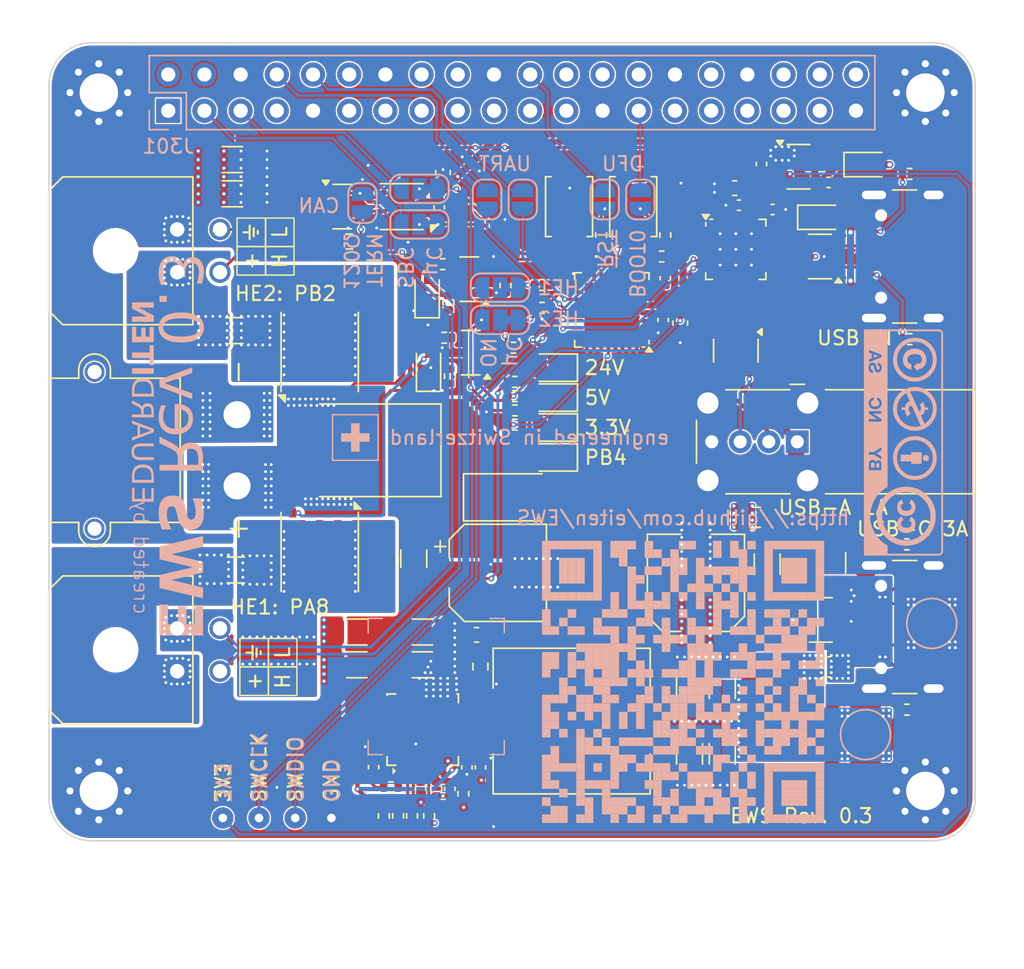
<source format=kicad_pcb>
(kicad_pcb
	(version 20241229)
	(generator "pcbnew")
	(generator_version "9.0")
	(general
		(thickness 1.6)
		(legacy_teardrops no)
	)
	(paper "A4")
	(title_block
		(title "EWS - Power, CANbus and USB HAT for 3D Printers")
		(date "2025-12-04")
		(rev "0.1")
		(company "Eduard Iten")
		(comment 1 "CC BY-NC-SA 4.0")
	)
	(layers
		(0 "F.Cu" signal)
		(4 "In1.Cu" signal)
		(6 "In2.Cu" signal)
		(2 "B.Cu" signal)
		(9 "F.Adhes" user "F.Adhesive")
		(11 "B.Adhes" user "B.Adhesive")
		(13 "F.Paste" user)
		(15 "B.Paste" user)
		(5 "F.SilkS" user "F.Silkscreen")
		(7 "B.SilkS" user "B.Silkscreen")
		(1 "F.Mask" user)
		(3 "B.Mask" user)
		(17 "Dwgs.User" user "User.Drawings")
		(19 "Cmts.User" user "User.Comments")
		(21 "Eco1.User" user "User.Eco1")
		(23 "Eco2.User" user "User.Eco2")
		(25 "Edge.Cuts" user)
		(27 "Margin" user)
		(31 "F.CrtYd" user "F.Courtyard")
		(29 "B.CrtYd" user "B.Courtyard")
		(35 "F.Fab" user)
		(33 "B.Fab" user)
		(39 "User.1" user)
		(41 "User.2" user)
		(43 "User.3" user)
		(45 "User.4" user)
	)
	(setup
		(stackup
			(layer "F.SilkS"
				(type "Top Silk Screen")
				(color "White")
			)
			(layer "F.Paste"
				(type "Top Solder Paste")
			)
			(layer "F.Mask"
				(type "Top Solder Mask")
				(color "Black")
				(thickness 0.01)
			)
			(layer "F.Cu"
				(type "copper")
				(thickness 0.035)
			)
			(layer "dielectric 1"
				(type "prepreg")
				(thickness 0.1)
				(material "FR4")
				(epsilon_r 4.5)
				(loss_tangent 0.02)
			)
			(layer "In1.Cu"
				(type "copper")
				(thickness 0.035)
			)
			(layer "dielectric 2"
				(type "core")
				(thickness 1.24)
				(material "FR4")
				(epsilon_r 4.5)
				(loss_tangent 0.02)
			)
			(layer "In2.Cu"
				(type "copper")
				(thickness 0.035)
			)
			(layer "dielectric 3"
				(type "prepreg")
				(thickness 0.1)
				(material "FR4")
				(epsilon_r 4.5)
				(loss_tangent 0.02)
			)
			(layer "B.Cu"
				(type "copper")
				(thickness 0.035)
			)
			(layer "B.Mask"
				(type "Bottom Solder Mask")
				(color "Black")
				(thickness 0.01)
			)
			(layer "B.Paste"
				(type "Bottom Solder Paste")
			)
			(layer "B.SilkS"
				(type "Bottom Silk Screen")
				(color "White")
			)
			(copper_finish "None")
			(dielectric_constraints no)
		)
		(pad_to_mask_clearance 0)
		(allow_soldermask_bridges_in_footprints no)
		(tenting front back)
		(pcbplotparams
			(layerselection 0x00000000_00000000_55555555_57555505)
			(plot_on_all_layers_selection 0x00000000_00000000_00000000_00000000)
			(disableapertmacros no)
			(usegerberextensions no)
			(usegerberattributes yes)
			(usegerberadvancedattributes yes)
			(creategerberjobfile yes)
			(dashed_line_dash_ratio 12.000000)
			(dashed_line_gap_ratio 3.000000)
			(svgprecision 4)
			(plotframeref no)
			(mode 1)
			(useauxorigin no)
			(hpglpennumber 1)
			(hpglpenspeed 20)
			(hpglpendiameter 15.000000)
			(pdf_front_fp_property_popups yes)
			(pdf_back_fp_property_popups yes)
			(pdf_metadata yes)
			(pdf_single_document no)
			(dxfpolygonmode yes)
			(dxfimperialunits yes)
			(dxfusepcbnewfont yes)
			(psnegative no)
			(psa4output no)
			(plot_black_and_white yes)
			(sketchpadsonfab no)
			(plotpadnumbers no)
			(hidednponfab no)
			(sketchdnponfab yes)
			(crossoutdnponfab yes)
			(subtractmaskfromsilk no)
			(outputformat 5)
			(mirror no)
			(drillshape 0)
			(scaleselection 1)
			(outputdirectory "")
		)
	)
	(property "PROJEKT_REV" "0.3")
	(net 0 "")
	(net 1 "GND")
	(net 2 "/Power/VCC")
	(net 3 "/Power/SS")
	(net 4 "/Power/EN")
	(net 5 "/Power/~{PGOOD}")
	(net 6 "/Power/T_{ON}")
	(net 7 "/Power/VIN")
	(net 8 "5V")
	(net 9 "/Power/FB")
	(net 10 "/Power/SW")
	(net 11 "/Power/SNB")
	(net 12 "unconnected-(J301-Pin_7-Pad7)")
	(net 13 "unconnected-(J301-Pin_12-Pad12)")
	(net 14 "unconnected-(J301-Pin_18-Pad18)")
	(net 15 "unconnected-(J301-Pin_19-Pad19)")
	(net 16 "unconnected-(J301-Pin_1-Pad1)")
	(net 17 "unconnected-(J301-Pin_13-Pad13)")
	(net 18 "unconnected-(J301-Pin_21-Pad21)")
	(net 19 "unconnected-(J301-Pin_31-Pad31)")
	(net 20 "unconnected-(J301-Pin_11-Pad11)")
	(net 21 "unconnected-(J301-Pin_40-Pad40)")
	(net 22 "unconnected-(J301-Pin_35-Pad35)")
	(net 23 "unconnected-(J301-Pin_36-Pad36)")
	(net 24 "unconnected-(J301-Pin_15-Pad15)")
	(net 25 "unconnected-(J301-Pin_16-Pad16)")
	(net 26 "unconnected-(J301-Pin_28-Pad28)")
	(net 27 "unconnected-(J301-Pin_38-Pad38)")
	(net 28 "unconnected-(J301-Pin_37-Pad37)")
	(net 29 "unconnected-(J301-Pin_29-Pad29)")
	(net 30 "unconnected-(J301-Pin_23-Pad23)")
	(net 31 "unconnected-(J301-Pin_24-Pad24)")
	(net 32 "unconnected-(J301-Pin_33-Pad33)")
	(net 33 "unconnected-(J301-Pin_26-Pad26)")
	(net 34 "unconnected-(J301-Pin_32-Pad32)")
	(net 35 "unconnected-(J301-Pin_17-Pad17)")
	(net 36 "3V3")
	(net 37 "Net-(U302-PF2)")
	(net 38 "Net-(U403-VBUS)")
	(net 39 "Net-(J406-VBUS)")
	(net 40 "unconnected-(J404-SBU2-PadB8)")
	(net 41 "Net-(J404-CC1)")
	(net 42 "Net-(J404-CC2)")
	(net 43 "unconnected-(J404-SBU1-PadA8)")
	(net 44 "Net-(J405-D--PadA7)")
	(net 45 "Net-(J405-D+-PadA6)")
	(net 46 "Net-(J406-D+)")
	(net 47 "Net-(J406-D-)")
	(net 48 "Net-(JP302-C)")
	(net 49 "Net-(JP303-B)")
	(net 50 "Net-(JP304-A)")
	(net 51 "Net-(JP307-A)")
	(net 52 "Net-(JP401-C)")
	(net 53 "Net-(J301-Pin_27)")
	(net 54 "Net-(J301-Pin_22)")
	(net 55 "/MCU/SWDIO")
	(net 56 "/MCU/SWCLK")
	(net 57 "Net-(J301-Pin_8)")
	(net 58 "Net-(J301-Pin_10)")
	(net 59 "/MCU/uC USART RX")
	(net 60 "/MCU/uC USART TX")
	(net 61 "/MCU/uC FDCAN1 TX")
	(net 62 "/MCU/uC FDCAN1 RX")
	(net 63 "5V_{SYS}")
	(net 64 "Net-(JP401-A)")
	(net 65 "/Connectivity/HE2 GATE")
	(net 66 "V_{EXT}")
	(net 67 "uC USB DP")
	(net 68 "uC USB DN")
	(net 69 "/Connectivity/USB C DP")
	(net 70 "/Connectivity/USB C DN")
	(net 71 "/Connectivity/USB IN DP")
	(net 72 "/Connectivity/USB IN DN")
	(net 73 "/Connectivity/USB A DP")
	(net 74 "/Connectivity/USB A DN")
	(net 75 "CAN L")
	(net 76 "CAN H")
	(net 77 "/Connectivity/1DP")
	(net 78 "/Connectivity/1DN")
	(net 79 "/Connectivity/HE1 GATE")
	(net 80 "24V")
	(net 81 "/MCU/SBC CAN TX")
	(net 82 "/Connectivity/OUT1")
	(net 83 "/Connectivity/OUT2")
	(net 84 "/MCU/SBC CAN RX")
	(net 85 "Net-(Q404-D)")
	(net 86 "Net-(C211-Pad2)")
	(net 87 "Net-(U202-BST)")
	(net 88 "Net-(U302-PB4)")
	(net 89 "unconnected-(J405-SBU2-PadB8)")
	(net 90 "Net-(J405-CC1)")
	(net 91 "Net-(J405-CC2)")
	(net 92 "unconnected-(J405-SBU1-PadA8)")
	(net 93 "unconnected-(U302-PB3-Pad27)")
	(net 94 "unconnected-(U302-PB8-Pad32)")
	(net 95 "unconnected-(U302-PA7-Pad14)")
	(net 96 "unconnected-(U302-PA4-Pad11)")
	(net 97 "unconnected-(U302-PB7-Pad31)")
	(net 98 "unconnected-(U302-PB9-Pad1)")
	(net 99 "unconnected-(U302-PA1-Pad8)")
	(net 100 "unconnected-(U302-PC15-Pad3)")
	(net 101 "unconnected-(U302-PA2-Pad9)")
	(net 102 "unconnected-(U302-PA5-Pad12)")
	(net 103 "Net-(U202-I_{LIM})")
	(net 104 "unconnected-(U302-PA3-Pad10)")
	(net 105 "unconnected-(U202-SW-Pad20)")
	(net 106 "unconnected-(U302-PA6-Pad13)")
	(net 107 "unconnected-(U302-PB6-Pad30)")
	(net 108 "unconnected-(U302-PC6-Pad20)")
	(net 109 "unconnected-(U302-PB5-Pad29)")
	(net 110 "unconnected-(U302-PC14-Pad2)")
	(net 111 "unconnected-(U302-PA0-Pad7)")
	(net 112 "unconnected-(U302-PA15-Pad26)")
	(net 113 "unconnected-(U401-DM3-Pad7)")
	(net 114 "unconnected-(U401-LED4-Pad21)")
	(net 115 "unconnected-(U401-XI-Pad4)")
	(net 116 "Net-(Q403-D)")
	(net 117 "Net-(D406-A)")
	(net 118 "unconnected-(U401-X0-Pad3)")
	(net 119 "unconnected-(U401-DP3-Pad8)")
	(net 120 "Net-(JP301-C)")
	(net 121 "unconnected-(U401-LED3-Pad13)")
	(net 122 "/Connectivity/OUT1F")
	(net 123 "/Connectivity/OUT2F")
	(net 124 "unconnected-(U401-LED2-Pad23)")
	(net 125 "HE2 ON")
	(net 126 "HE1 ON")
	(net 127 "unconnected-(U401-~{PWREN}-Pad24)")
	(net 128 "/Power/AGND")
	(net 129 "Net-(JP402-A)")
	(net 130 "Net-(D201-A)")
	(net 131 "Net-(D202-A)")
	(net 132 "Net-(D203-A)")
	(net 133 "Net-(D301-A)")
	(net 134 "unconnected-(U401-NC-Pad17)")
	(net 135 "Net-(JP402-C)")
	(net 136 "unconnected-(U401-NC-Pad2)")
	(net 137 "unconnected-(U401-~{RESET}-Pad16)")
	(net 138 "unconnected-(U401-LED1-Pad22)")
	(net 139 "unconnected-(U401-PSELF-Pad18)")
	(footprint "Capacitor_SMD:C_1206_3216Metric" (layer "F.Cu") (at 185 103.5 90))
	(footprint "Connector_Molex:Molex_Micro-Fit_3.0_43045-0400_2x02_P3.00mm_Horizontal" (layer "F.Cu") (at 139 111.1 90))
	(footprint "Capacitor_SMD:C_0603_1608Metric" (layer "F.Cu") (at 174.3 86.675 -90))
	(footprint "Inductor_SMD:L_APV_APH1050" (layer "F.Cu") (at 166.68 114.6))
	(footprint "LED_SMD:LED_0805_2012Metric" (layer "F.Cu") (at 165.4 94 180))
	(footprint "Connector_USB:USB_A_Wuerth_614004134726_Horizontal" (layer "F.Cu") (at 182.51 95 180))
	(footprint "Capacitor_SMD:C_1206_3216Metric" (layer "F.Cu") (at 177.25 116.9 -90))
	(footprint "Resistor_SMD:R_0402_1005Metric" (layer "F.Cu") (at 162.69 90.8))
	(footprint "Resistor_SMD:R_0402_1005Metric" (layer "F.Cu") (at 173.25 80.5 -90))
	(footprint "Button_Switch_SMD:SW_SPST_TS-1088-xR020" (layer "F.Cu") (at 166.5 78.5 -90))
	(footprint "Diode_SMD:D_SMC" (layer "F.Cu") (at 152.6 95.6 180))
	(footprint "Package_DFN_QFN:QFN-32-1EP_5x5mm_P0.5mm_EP3.45x3.45mm" (layer "F.Cu") (at 169.5 85.75 180))
	(footprint "Package_SON:HVSON-8-1EP_3x3mm_P0.65mm_EP1.6x2.4mm" (layer "F.Cu") (at 154.75 78.5 180))
	(footprint "Package_TO_SOT_SMD:SOT-23" (layer "F.Cu") (at 159.6 88.75 180))
	(footprint "Capacitor_SMD:CP_Elec_6.3x7.7" (layer "F.Cu") (at 161.5 104.2))
	(footprint "Package_TO_SOT_SMD:SOT-23-6" (layer "F.Cu") (at 184.1 82 180))
	(footprint "LED_SMD:LED_0805_2012Metric" (layer "F.Cu") (at 165.4 91.9 180))
	(footprint "Capacitor_SMD:C_1206_3216Metric" (layer "F.Cu") (at 174.95 112.3 90))
	(footprint "Resistor_SMD:R_0603_1608Metric" (layer "F.Cu") (at 160.28 110.775 90))
	(footprint "Resistor_SMD:R_0402_1005Metric" (layer "F.Cu") (at 162.7 93.8))
	(footprint "Resistor_SMD:R_0402_1005Metric" (layer "F.Cu") (at 157.7375 87.7))
	(footprint "Resistor_SMD:R_0402_1005Metric" (layer "F.Cu") (at 162.7 92.8))
	(footprint "Fuse:Fuse_0805_2012Metric" (layer "F.Cu") (at 184.5625 110.8))
	(footprint "Diode_SMD:D_SOD-323" (layer "F.Cu") (at 184.15 79.25))
	(footprint "Capacitor_SMD:C_1206_3216Metric" (layer "F.Cu") (at 142.875 75.2 180))
	(footprint "Resistor_SMD:R_0402_1005Metric" (layer "F.Cu") (at 164.6 85.6 180))
	(footprint "Package_DFN_QFN:AO_DFN-8-1EP_5.55x5.2mm_P1.27mm_EP4.12x4.6mm" (layer "F.Cu") (at 149 88.7 90))
	(footprint "Package_TO_SOT_SMD:SOT-23" (layer "F.Cu") (at 150.5875 78.5))
	(footprint "Capacitor_SMD:C_0402_1005Metric" (layer "F.Cu") (at 157.3875 78.5475 90))
	(footprint "Fuse:Fuse_1206_3216Metric_Pad1.42x1.75mm_HandSolder" (layer "F.Cu") (at 143.1125 104 180))
	(footprint "Resistor_SMD:R_0402_1005Metric" (layer "F.Cu") (at 155.48 121.25 -90))
	(footprint "Package_DFN_QFN:AO_DFN-8-1EP_5.55x5.2mm_P1.27mm_EP4.12x4.6mm"
		(layer "F.Cu")
		(uuid "45fad82c-094b-4a3b-aa2b-d2b82ec9c81b")
		(at 149 102.735 -90)
		(descr "DD Package; 8-Lead Plastic DFN (5.55mm x 5.2mm), Pin 5-8 connected to EP (http://www.aosmd.com/res/packaging_information/DFN5x6_8L_EP1_P.pdf)")
		(tags "dfn ")
		(property "Reference" "Q401"
			(at 0 -3.68 90)
			(layer "F.SilkS")
			(hide yes)
			(uuid "6ebdf4e8-5d71-41d6-91da-2a42ebf75f0c")
			(effects
				(font
					(size 1 1)
					(thickness 0.15)
				)
			)
		)
		(property "Value" "CJAC70P06"
			(at 0 3.73 90)
			(layer "F.Fab")
			(uuid "8facc78c-0673-40b7-a717-d7d227c65bb3")
			(effects
				(font
					(size 1 1)
					(thickness 0.15)
				)
			)
		)
		(property "Datasheet" "http://www.aosmd.com/res/data_sheets/AON6411.pd"
			(at 0 0 270)
			(unlocked yes)
			(layer "F.Fab")
			(hide yes)
			(uuid "55b9a752-ff9e-4f15-9a52-021037a7ac4d")
			(effects
				(font
					(size 1.27 1.27)
					(thickness 0.15)
				)
			)
		)
		(property "Description" ""
			(at 0 0 270)
			(unlocked yes)
			(layer "F.Fab")
			(hide yes)
			(uuid "bff1827d-935a-4485-a36a-cf6e07be8b42")
			(effects
				(font
					(size 1.27 1.27)
					(thickness 0.15)
				)
			)
		)
		(property "Manufacturer Part #" "CJAC70P06"
			(at 0 0 270)
			(unlocked yes)
			(layer "F.Fab")
			(hide yes)
			(uuid "166d4f12-d361-4d30-84a5-84ef4d67846a")
			(effects
				(font
					(size 1 1)
					(thickness 0.15)
				)
			)
		)
		(property "LCSC Part #" "C2898279"
			(at 0 0 270)
			(unlocked yes)
			(layer "F.Fab")
			(hide yes)
			(uuid "935bc36c-df93-4a78-8b33-3a5043fc6e63")
			(effects
				(font
					(size 1 1)
					(thickness 0.15)
				)
			)
		)
		(property "FT Rotation Offset" "270"
			(at 0 0 270)
			(unlocked yes)
			(layer "F.Fab")
			(hide yes)
			(uuid "bfc48e5d-4521-45c0-95f8-684850e2b846")
			(effects
				(font
					(size 1 1)
					(thickness 0.15)
				)
			)
		)
		(property ki_fp_filters "AO*DFN*8*1EP*5.55x5.2mm*P1.27mm*EP4.12x4.6mm*")
		(path "/7e492d82-58e4-4d5e-a79a-918a5cf15050/1b4661d6-0b31-49df-b8d4-2ddb4b05eb05")
		(sheetname "/Connectivity/")
		(sheetfile "conn.kicad_sch")
		(attr smd)
		(fp_line
			(start -2.775 2.71)
			(end 2.775 2.71)
			(stroke
				(width 0.12)
				(type solid)
			)
			(layer "F.SilkS")
			(uuid "81244a47-675b-4bd2-b5e6-ce71901b4d14")
		)
		(fp_line
			(start -2.775 -2.71)
			(end 2.775 -2.71)
			(stroke
				(width 0.12)
				(type solid)
			)
			(layer "F.SilkS")
			(uuid "4438a5fd-6c55-4866-ac81-ad730334199a")
		)
		(fp_poly
			(pts
				(xy -3.02 -2.42) (xy -3.5 -2.42) (xy -3.02 -2.9) (xy -3.02 -2.42)
			)
			(stroke
				(width 0.12)
				(type solid)
			)
			(fill yes)
			(layer "F.SilkS")
			(uuid "a8dcd2bf-300b-495a-923c-2b9674cc132d")
		)
		(fp_line
			(start -3.33 2.85)
			(end 3.33 2.85)
			(stroke
				(width 0.05)
				(type solid)
			)
			(layer "F.CrtYd")
			(uuid "50acabc3-26b9-433f-9809-5d8f9667061b")
		)
		(fp_line
			(start -3.33 -2.85)
			(end -3.33 2.85)
			(stroke
				(width 0.05)
				(type solid)
			)
			(layer "F.CrtYd")
			(uuid "9285a801-0bac-4d2b-93f2-598ad57e764a")
		)
		(fp_line
			(start -3.33 -2.85)
			(end 3.33 -2.85)
			(stroke
				(width 0.05)
				(type solid)
			)
			(layer "F.CrtYd")
			(uuid "e99c9792-7452-4e0a-ac46-be0af205637a")
		)
		(fp_line
			(start 3.33 -2.85)
			(end 3.33 2.85)
			(stroke
				(width 0.05)
				(type solid)
			)
			(layer "F.CrtYd")
			(uuid "197ffbe7-8710-4477-ade2-d6ebb276fb30")
		)
		(fp_line
			(start -2.775 2.6)
			(end 2.775 2.6)
			(stroke
				(width 0.1)
				(type solid)
			)
			(layer "F.Fab")
			(uuid "e7ad595a-4fe5-404d-ad36-bcb971f0dea2")
		)
		(fp_line
			(start -2.775 2.6)
			(end -2.775 -1.6)
			(stroke
				(width 0.1)
				(type solid)
			)
			(layer "F.Fab")
			(uuid "ce118223-d0bd-41f3-b158-502c2cd
... [2096350 chars truncated]
</source>
